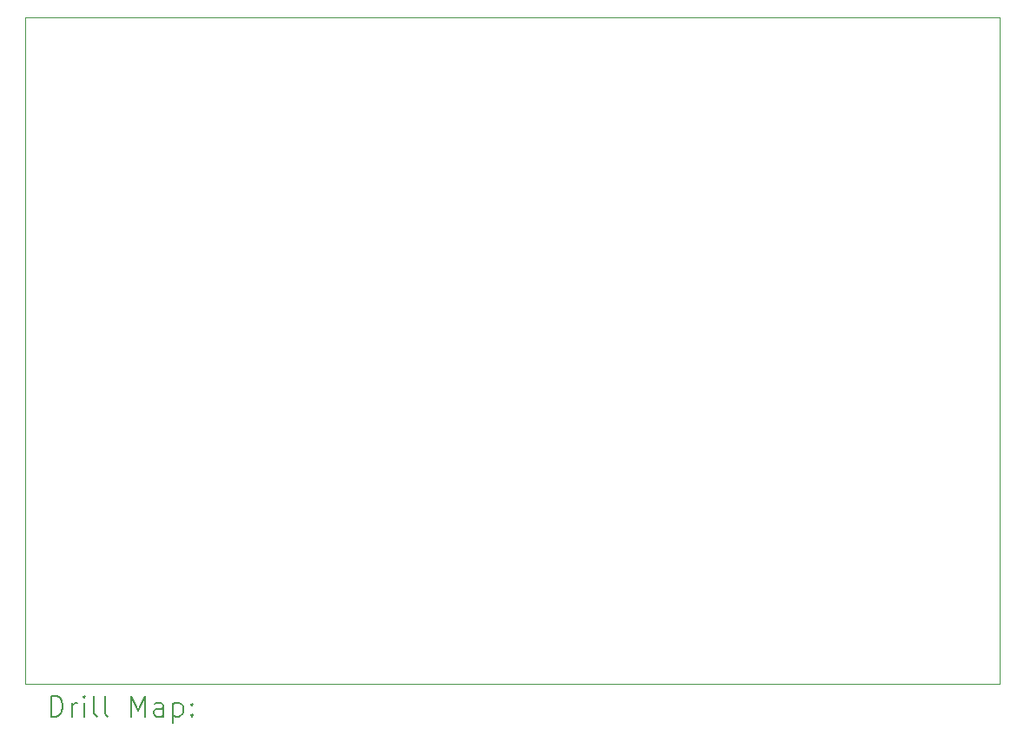
<source format=gbr>
%TF.GenerationSoftware,KiCad,Pcbnew,7.0.6*%
%TF.CreationDate,2023-09-04T23:14:32+02:00*%
%TF.ProjectId,ESP32RIO,45535033-3252-4494-9f2e-6b696361645f,rev?*%
%TF.SameCoordinates,Original*%
%TF.FileFunction,Drillmap*%
%TF.FilePolarity,Positive*%
%FSLAX45Y45*%
G04 Gerber Fmt 4.5, Leading zero omitted, Abs format (unit mm)*
G04 Created by KiCad (PCBNEW 7.0.6) date 2023-09-04 23:14:32*
%MOMM*%
%LPD*%
G01*
G04 APERTURE LIST*
%ADD10C,0.100000*%
%ADD11C,0.200000*%
G04 APERTURE END LIST*
D10*
X9925000Y-5200000D02*
X19425000Y-5200000D01*
X19425000Y-11700000D01*
X9925000Y-11700000D01*
X9925000Y-5200000D01*
D11*
X10180777Y-12016484D02*
X10180777Y-11816484D01*
X10180777Y-11816484D02*
X10228396Y-11816484D01*
X10228396Y-11816484D02*
X10256967Y-11826008D01*
X10256967Y-11826008D02*
X10276015Y-11845055D01*
X10276015Y-11845055D02*
X10285539Y-11864103D01*
X10285539Y-11864103D02*
X10295063Y-11902198D01*
X10295063Y-11902198D02*
X10295063Y-11930769D01*
X10295063Y-11930769D02*
X10285539Y-11968865D01*
X10285539Y-11968865D02*
X10276015Y-11987912D01*
X10276015Y-11987912D02*
X10256967Y-12006960D01*
X10256967Y-12006960D02*
X10228396Y-12016484D01*
X10228396Y-12016484D02*
X10180777Y-12016484D01*
X10380777Y-12016484D02*
X10380777Y-11883150D01*
X10380777Y-11921246D02*
X10390301Y-11902198D01*
X10390301Y-11902198D02*
X10399824Y-11892674D01*
X10399824Y-11892674D02*
X10418872Y-11883150D01*
X10418872Y-11883150D02*
X10437920Y-11883150D01*
X10504586Y-12016484D02*
X10504586Y-11883150D01*
X10504586Y-11816484D02*
X10495063Y-11826008D01*
X10495063Y-11826008D02*
X10504586Y-11835531D01*
X10504586Y-11835531D02*
X10514110Y-11826008D01*
X10514110Y-11826008D02*
X10504586Y-11816484D01*
X10504586Y-11816484D02*
X10504586Y-11835531D01*
X10628396Y-12016484D02*
X10609348Y-12006960D01*
X10609348Y-12006960D02*
X10599824Y-11987912D01*
X10599824Y-11987912D02*
X10599824Y-11816484D01*
X10733158Y-12016484D02*
X10714110Y-12006960D01*
X10714110Y-12006960D02*
X10704586Y-11987912D01*
X10704586Y-11987912D02*
X10704586Y-11816484D01*
X10961729Y-12016484D02*
X10961729Y-11816484D01*
X10961729Y-11816484D02*
X11028396Y-11959341D01*
X11028396Y-11959341D02*
X11095063Y-11816484D01*
X11095063Y-11816484D02*
X11095063Y-12016484D01*
X11276015Y-12016484D02*
X11276015Y-11911722D01*
X11276015Y-11911722D02*
X11266491Y-11892674D01*
X11266491Y-11892674D02*
X11247443Y-11883150D01*
X11247443Y-11883150D02*
X11209348Y-11883150D01*
X11209348Y-11883150D02*
X11190301Y-11892674D01*
X11276015Y-12006960D02*
X11256967Y-12016484D01*
X11256967Y-12016484D02*
X11209348Y-12016484D01*
X11209348Y-12016484D02*
X11190301Y-12006960D01*
X11190301Y-12006960D02*
X11180777Y-11987912D01*
X11180777Y-11987912D02*
X11180777Y-11968865D01*
X11180777Y-11968865D02*
X11190301Y-11949817D01*
X11190301Y-11949817D02*
X11209348Y-11940293D01*
X11209348Y-11940293D02*
X11256967Y-11940293D01*
X11256967Y-11940293D02*
X11276015Y-11930769D01*
X11371253Y-11883150D02*
X11371253Y-12083150D01*
X11371253Y-11892674D02*
X11390301Y-11883150D01*
X11390301Y-11883150D02*
X11428396Y-11883150D01*
X11428396Y-11883150D02*
X11447443Y-11892674D01*
X11447443Y-11892674D02*
X11456967Y-11902198D01*
X11456967Y-11902198D02*
X11466491Y-11921246D01*
X11466491Y-11921246D02*
X11466491Y-11978388D01*
X11466491Y-11978388D02*
X11456967Y-11997436D01*
X11456967Y-11997436D02*
X11447443Y-12006960D01*
X11447443Y-12006960D02*
X11428396Y-12016484D01*
X11428396Y-12016484D02*
X11390301Y-12016484D01*
X11390301Y-12016484D02*
X11371253Y-12006960D01*
X11552205Y-11997436D02*
X11561729Y-12006960D01*
X11561729Y-12006960D02*
X11552205Y-12016484D01*
X11552205Y-12016484D02*
X11542682Y-12006960D01*
X11542682Y-12006960D02*
X11552205Y-11997436D01*
X11552205Y-11997436D02*
X11552205Y-12016484D01*
X11552205Y-11892674D02*
X11561729Y-11902198D01*
X11561729Y-11902198D02*
X11552205Y-11911722D01*
X11552205Y-11911722D02*
X11542682Y-11902198D01*
X11542682Y-11902198D02*
X11552205Y-11892674D01*
X11552205Y-11892674D02*
X11552205Y-11911722D01*
M02*

</source>
